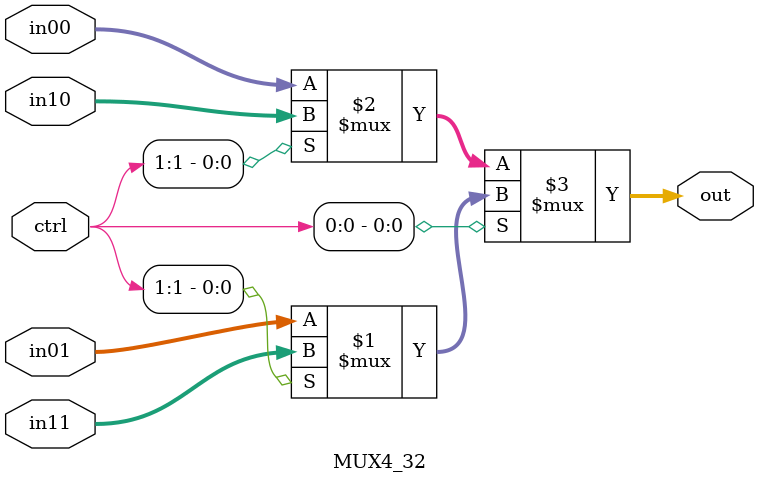
<source format=v>
`timescale 1ns / 1ps
module MUX4_32(
	input [1:0]ctrl,
	input [31:0] in00,
	input [31:0] in01,
	input [31:0] in10,
	input [31:0] in11,
	output [31:0] out
);
	assign out = ctrl[0] ? (ctrl[1] ? in11 : in01) : (ctrl[1] ? in10 : in00);
endmodule
</source>
